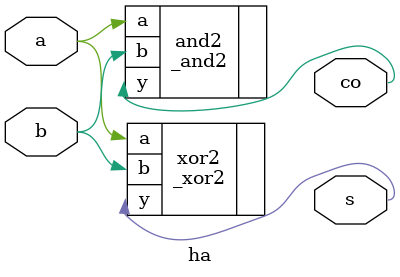
<source format=v>
module ha(a, b, s, co);	//start half adder
input a, b;					//2input
output s, co ;				//2output
_and2 and2(.a(a), .b(b), .y(co));	//load module 2input and gate
_xor2 xor2(.a(a), .b(b), .y(s));		//load module 2input xor gate
endmodule					//end half adder

</source>
